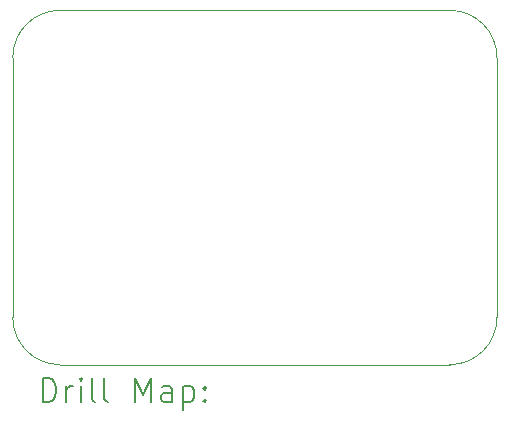
<source format=gbr>
%TF.GenerationSoftware,KiCad,Pcbnew,6.0.11+dfsg-1*%
%TF.CreationDate,2026-01-13T21:19:28-05:00*%
%TF.ProjectId,Deck_FPGA,4465636b-5f46-4504-9741-2e6b69636164,rev?*%
%TF.SameCoordinates,Original*%
%TF.FileFunction,Drillmap*%
%TF.FilePolarity,Positive*%
%FSLAX45Y45*%
G04 Gerber Fmt 4.5, Leading zero omitted, Abs format (unit mm)*
G04 Created by KiCad (PCBNEW 6.0.11+dfsg-1) date 2026-01-13 21:19:28*
%MOMM*%
%LPD*%
G01*
G04 APERTURE LIST*
%ADD10C,0.100000*%
%ADD11C,0.200000*%
G04 APERTURE END LIST*
D10*
X12100000Y-10000000D02*
X12100000Y-12200000D01*
X8400000Y-9600000D02*
G75*
G03*
X8000000Y-10000000I0J-400000D01*
G01*
X8000000Y-12200000D02*
G75*
G03*
X8400000Y-12600000I400000J0D01*
G01*
X11700000Y-12600000D02*
G75*
G03*
X12100000Y-12200000I0J400000D01*
G01*
X8000000Y-10000000D02*
X8000000Y-12200000D01*
X12100000Y-10000000D02*
G75*
G03*
X11700000Y-9600000I-400000J0D01*
G01*
X8400000Y-12600000D02*
X11700000Y-12600000D01*
X8400000Y-9600000D02*
X11700000Y-9600000D01*
D11*
X8252619Y-12915476D02*
X8252619Y-12715476D01*
X8300238Y-12715476D01*
X8328809Y-12725000D01*
X8347857Y-12744048D01*
X8357381Y-12763095D01*
X8366905Y-12801190D01*
X8366905Y-12829762D01*
X8357381Y-12867857D01*
X8347857Y-12886905D01*
X8328809Y-12905952D01*
X8300238Y-12915476D01*
X8252619Y-12915476D01*
X8452619Y-12915476D02*
X8452619Y-12782143D01*
X8452619Y-12820238D02*
X8462143Y-12801190D01*
X8471667Y-12791667D01*
X8490714Y-12782143D01*
X8509762Y-12782143D01*
X8576429Y-12915476D02*
X8576429Y-12782143D01*
X8576429Y-12715476D02*
X8566905Y-12725000D01*
X8576429Y-12734524D01*
X8585952Y-12725000D01*
X8576429Y-12715476D01*
X8576429Y-12734524D01*
X8700238Y-12915476D02*
X8681190Y-12905952D01*
X8671667Y-12886905D01*
X8671667Y-12715476D01*
X8805000Y-12915476D02*
X8785952Y-12905952D01*
X8776429Y-12886905D01*
X8776429Y-12715476D01*
X9033571Y-12915476D02*
X9033571Y-12715476D01*
X9100238Y-12858333D01*
X9166905Y-12715476D01*
X9166905Y-12915476D01*
X9347857Y-12915476D02*
X9347857Y-12810714D01*
X9338333Y-12791667D01*
X9319286Y-12782143D01*
X9281190Y-12782143D01*
X9262143Y-12791667D01*
X9347857Y-12905952D02*
X9328810Y-12915476D01*
X9281190Y-12915476D01*
X9262143Y-12905952D01*
X9252619Y-12886905D01*
X9252619Y-12867857D01*
X9262143Y-12848809D01*
X9281190Y-12839286D01*
X9328810Y-12839286D01*
X9347857Y-12829762D01*
X9443095Y-12782143D02*
X9443095Y-12982143D01*
X9443095Y-12791667D02*
X9462143Y-12782143D01*
X9500238Y-12782143D01*
X9519286Y-12791667D01*
X9528810Y-12801190D01*
X9538333Y-12820238D01*
X9538333Y-12877381D01*
X9528810Y-12896428D01*
X9519286Y-12905952D01*
X9500238Y-12915476D01*
X9462143Y-12915476D01*
X9443095Y-12905952D01*
X9624048Y-12896428D02*
X9633571Y-12905952D01*
X9624048Y-12915476D01*
X9614524Y-12905952D01*
X9624048Y-12896428D01*
X9624048Y-12915476D01*
X9624048Y-12791667D02*
X9633571Y-12801190D01*
X9624048Y-12810714D01*
X9614524Y-12801190D01*
X9624048Y-12791667D01*
X9624048Y-12810714D01*
M02*

</source>
